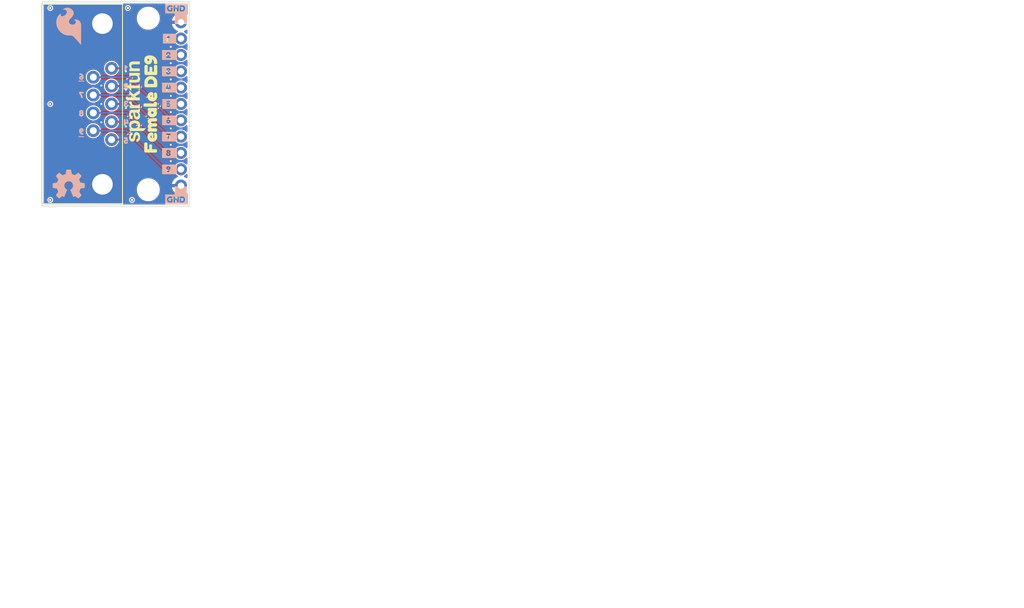
<source format=kicad_pcb>
(kicad_pcb (version 20241229) (generator "pcbnew") (generator_version "9.0")
  (title_block (title "SparkFun Product (Qwiic)") (rev "v10") (company "SparkFun") (comment 1 "Designed by: You"))
  (layers (0 "F.Cu" signal) (2 "B.Cu" signal) (13 "F.Paste" user) (15 "B.Paste" user) (5 "F.SilkS" user "F.Silkscreen") (7 "B.SilkS" user "B.Silkscreen") (1 "F.Mask" user) (3 "B.Mask" user) (25 "Edge.Cuts" user))
  (net 0 "")
  (net 1 "/2")
  (net 2 "/4")
  (net 3 "/1")
  (net 4 "/5")
  (net 5 "/6")
  (net 6 "/8")
  (net 7 "/3")
  (net 8 "/9")
  (net 9 "/7")
  (net 10 "GND")
  (footprint "SparkFun-Aesthetic:Creative_Commons_License" (layer "F.Cu") (at 215.265 168.91)
    (property "Reference" "G3" (hide yes))
    (property "Value" "OSHW_Logo" (hide yes))
  )
  (footprint "kibuzzard-67D496DD" (layer "F.Cu") (at 129.286 111.125)
    (property "Reference" "kibuzzard-67D496DD" (hide yes))
    (property "Value" "G***" (hide yes))
  )
  (footprint "SparkFun-Aesthetic:SparkFun_Logo_NoFlame_12.5mm" (layer "F.Cu") (at 123.7615 108.585 90)
    (property "Reference" "G***" (hide yes))
    (property "Value" "LOGO" (hide yes))
  )
  (footprint "SparkFun-Connector:1x01" (layer "F.Cu") (at 131.064 121.285)
    (property "Reference" "J3")
    (property "Value" "Conn_01x01")
    (pad "1" thru_hole circle (at 0 0 90) (size 1.8796 1.8796) (drill 1.016) (layers "*.Cu" "*.Mask") (net 10 "GND"))
  )
  (footprint "kibuzzard-67DDBC91" (layer "F.Cu") (at 130.302 93.726)
    (property "Reference" "kibuzzard-67DDBC91" (hide yes))
    (property "Value" "G***" (hide yes))
  )
  (footprint "kibuzzard-67D496EA" (layer "F.Cu") (at 129.286 116.205)
    (property "Reference" "kibuzzard-67D496EA" (hide yes))
    (property "Value" "G***" (hide yes))
  )
  (footprint "kibuzzard-67D496F6" (layer "F.Cu") (at 129.286 118.745)
    (property "Reference" "kibuzzard-67D496F6" (hide yes))
    (property "Value" "G***" (hide yes))
  )
  (footprint "DE9-Footprints:DE9_Female" (layer "F.Cu") (at 120.269 108.585 90)
    (property "Reference" "J1")
    (property "Value" "DE9-Female")
    (pad "1" thru_hole circle (at 5.539999 0 90) (size 2 2) (drill 1.09) (layers "*.Cu" "*.Mask") (net 3 "/1"))
    (pad "2" thru_hole circle (at 2.77 0 90) (size 2 2) (drill 1.09) (layers "*.Cu" "*.Mask") (net 1 "/2"))
    (pad "3" thru_hole circle (at 0 0 90) (size 2 2) (drill 1.09) (layers "*.Cu" "*.Mask") (net 7 "/3"))
    (pad "4" thru_hole circle (at -2.77 0 90) (size 2 2) (drill 1.09) (layers "*.Cu" "*.Mask") (net 2 "/4"))
    (pad "5" thru_hole circle (at -5.539999 0 90) (size 2 2) (drill 1.09) (layers "*.Cu" "*.Mask") (net 4 "/5"))
    (pad "6" thru_hole circle (at 4.155001 -2.839999 90) (size 2 2) (drill 1.09) (layers "*.Cu" "*.Mask") (net 5 "/6"))
    (pad "7" thru_hole circle (at 1.385001 -2.839999 90) (size 2 2) (drill 1.09) (layers "*.Cu" "*.Mask") (net 9 "/7"))
    (pad "8" thru_hole circle (at -1.384998 -2.839999 90) (size 2 2) (drill 1.09) (layers "*.Cu" "*.Mask") (net 6 "/8"))
    (pad "9" thru_hole circle (at -4.154998 -2.839999 90) (size 2 2) (drill 1.09) (layers "*.Cu" "*.Mask") (net 8 "/9"))
    (pad "10" thru_hole circle (at -12.495 -1.42 90) (size 5 5) (drill 3.2) (layers "*.Cu" "*.Mask"))
    (pad "11" thru_hole circle (at 12.495 -1.42 90) (size 5 5) (drill 3.2) (layers "*.Cu" "*.Mask"))
  )
  (footprint "kibuzzard-67D49838" (layer "F.Cu") (at 126.365 103.505 90)
    (property "Reference" "kibuzzard-67D49838" (hide yes))
    (property "Value" "G***" (hide yes))
  )
  (footprint "kibuzzard-67D49687" (layer "F.Cu") (at 129.286 98.425)
    (property "Reference" "kibuzzard-67D49687" (hide yes))
    (property "Value" "G***" (hide yes))
  )
  (footprint "kibuzzard-67D496E4" (layer "F.Cu") (at 129.286 113.665)
    (property "Reference" "kibuzzard-67D496E4" (hide yes))
    (property "Value" "G***" (hide yes))
  )
  (footprint "SparkFun-Hardware:Standoff" (layer "F.Cu") (at 125.984 95.25)
    (property "Reference" "ST1")
    (property "Value" "Stand_off")
    (pad "" np_thru_hole circle (at 0 0) (size 3.1 3.1) (drill 3.1) (layers "*.Cu" "*.Mask"))
  )
  (footprint "kibuzzard-67DB2D85" (layer "F.Cu") (at 126.3015 111.4425 90)
    (property "Reference" "kibuzzard-67DB2D85" (hide yes))
    (property "Value" "G***" (hide yes))
  )
  (footprint "kibuzzard-67D496C7" (layer "F.Cu") (at 129.286 103.505)
    (property "Reference" "kibuzzard-67D496C7" (hide yes))
    (property "Value" "G***" (hide yes))
  )
  (footprint "SparkFun-Connector:1x01" (layer "F.Cu") (at 131.064 95.885)
    (property "Reference" "J4")
    (property "Value" "Conn_01x01")
    (pad "1" thru_hole circle (at 0 0 90) (size 1.8796 1.8796) (drill 1.016) (layers "*.Cu" "*.Mask") (net 10 "GND"))
  )
  (footprint "kibuzzard-67D496CD" (layer "F.Cu") (at 129.286 106.045)
    (property "Reference" "kibuzzard-67D496CD" (hide yes))
    (property "Value" "G***" (hide yes))
  )
  (footprint "kibuzzard-67DDBC91" (layer "F.Cu") (at 130.296537 123.444)
    (property "Reference" "kibuzzard-67DDBC91" (hide yes))
    (property "Value" "G***" (hide yes))
  )
  (footprint "kibuzzard-67D496D5" (layer "F.Cu") (at 129.286 108.585)
    (property "Reference" "kibuzzard-67D496D5" (hide yes))
    (property "Value" "G***" (hide yes))
  )
  (footprint "kibuzzard-67D496B8" (layer "F.Cu") (at 129.286 100.965)
    (property "Reference" "kibuzzard-67D496B8" (hide yes))
    (property "Value" "G***" (hide yes))
  )
  (footprint "SparkFun-Hardware:Standoff" (layer "F.Cu") (at 125.984 121.92)
    (property "Reference" "ST2")
    (property "Value" "Stand_off")
    (pad "" np_thru_hole circle (at 0 0) (size 3.1 3.1) (drill 3.1) (layers "*.Cu" "*.Mask"))
  )
  (footprint "kibuzzard-67DDA384" (layer "B.Cu") (at 129.286 98.425 180)
    (property "Reference" "kibuzzard-67DDA384" (hide yes))
    (property "Value" "G***" (hide yes))
  )
  (footprint "kibuzzard-67DDBC91" (layer "B.Cu") (at 130.302 123.442152 180)
    (property "Reference" "kibuzzard-67DDBC91" (hide yes))
    (property "Value" "G***" (hide yes))
  )
  (footprint "kibuzzard-67DDBDCE" (layer "B.Cu") (at 122.555 108.585 180)
    (property "Reference" "kibuzzard-67DDBDCE" (hide yes))
    (property "Value" "G***" (hide yes))
  )
  (footprint "kibuzzard-67DDA3B0" (layer "B.Cu") (at 129.286 111.125 180)
    (property "Reference" "kibuzzard-67DDA3B0" (hide yes))
    (property "Value" "G***" (hide yes))
  )
  (footprint "kibuzzard-67DDBDDC" (layer "B.Cu") (at 115.57 112.8522)
    (property "Reference" "kibuzzard-67DDBDDC" (hide yes))
    (property "Value" "G***" (hide yes))
  )
  (footprint "kibuzzard-67DDBDD2" (layer "B.Cu") (at 122.555 111.4425 180)
    (property "Reference" "kibuzzard-67DDBDD2" (hide yes))
    (property "Value" "G***" (hide yes))
  )
  (footprint "kibuzzard-67DDA391" (layer "B.Cu") (at 129.286 100.965 180)
    (property "Reference" "kibuzzard-67DDA391" (hide yes))
    (property "Value" "G***" (hide yes))
  )
  (footprint "kibuzzard-67DDA3E0" (layer "B.Cu") (at 129.286 118.745 180)
    (property "Reference" "kibuzzard-67DDA3E0" (hide yes))
    (property "Value" "G***" (hide yes))
  )
  (footprint "kibuzzard-67DDBC91" (layer "B.Cu") (at 130.302 93.726 180)
    (property "Reference" "kibuzzard-67DDBC91" (hide yes))
    (property "Value" "G***" (hide yes))
  )
  (footprint "kibuzzard-67DDA3AA" (layer "B.Cu") (at 129.286 108.585 180)
    (property "Reference" "kibuzzard-67DDA3AA" (hide yes))
    (property "Value" "G***" (hide yes))
  )
  (footprint "SparkFun-Aesthetic:SparkFun_Flame_6mm" (layer "B.Cu") (at 113.6015 96.52 180)
    (property "Reference" "G***" (hide yes))
    (property "Value" "Flame" (hide yes))
  )
  (footprint "kibuzzard-67DDBDD7" (layer "B.Cu") (at 122.4915 114.2746 180)
    (property "Reference" "kibuzzard-67DDBDD7" (hide yes))
    (property "Value" "G***" (hide yes))
  )
  (footprint "kibuzzard-67DDA3D5" (layer "B.Cu") (at 129.286 116.205 180)
    (property "Reference" "kibuzzard-67DDA3D5" (hide yes))
    (property "Value" "G***" (hide yes))
  )
  (footprint "kibuzzard-67DDBDF6" (layer "B.Cu") (at 115.57 110.0328 180)
    (property "Reference" "kibuzzard-67DDBDF6" (hide yes))
    (property "Value" "G***" (hide yes))
  )
  (footprint "kibuzzard-67DDA3A2" (layer "B.Cu") (at 129.286 106.045 180)
    (property "Reference" "kibuzzard-67DDA3A2" (hide yes))
    (property "Value" "G***" (hide yes))
  )
  (footprint "SparkFun-Aesthetic:OSHW_Logo_5mm" (layer "B.Cu") (at 113.6015 121.285 180)
    (property "Reference" "Ref**" (hide yes))
    (property "Value" "Val**" (hide yes))
  )
  (footprint "kibuzzard-67DDBDB0" (layer "B.Cu") (at 122.4915 105.8164 180)
    (property "Reference" "kibuzzard-67DDBDB0" (hide yes))
    (property "Value" "G***" (hide yes))
  )
  (footprint "kibuzzard-67DDA3B8" (layer "B.Cu") (at 129.286 113.665 180)
    (property "Reference" "kibuzzard-67DDA3B8" (hide yes))
    (property "Value" "G***" (hide yes))
  )
  (footprint "kibuzzard-67DDBDFC" (layer "B.Cu") (at 115.57 104.3305)
    (property "Reference" "kibuzzard-67DDBDFC" (hide yes))
    (property "Value" "G***" (hide yes))
  )
  (footprint "SparkFun-Connector:1x09" (layer "B.Cu") (at 131.064 98.425 -90)
    (property "Reference" "J2")
    (property "Value" "Conn_01x09")
    (pad "1" thru_hole circle (at 0 0 180) (size 1.8796 1.8796) (drill 1.016) (layers "*.Cu" "*.Mask") (net 3 "/1"))
    (pad "2" thru_hole circle (at 2.54 0 180) (size 1.8796 1.8796) (drill 1.016) (layers "*.Cu" "*.Mask") (net 1 "/2"))
    (pad "3" thru_hole circle (at 5.08 0 180) (size 1.8796 1.8796) (drill 1.016) (layers "*.Cu" "*.Mask") (net 7 "/3"))
    (pad "4" thru_hole circle (at 7.62 0 180) (size 1.8796 1.8796) (drill 1.016) (layers "*.Cu" "*.Mask") (net 2 "/4"))
    (pad "5" thru_hole circle (at 10.16 0 180) (size 1.8796 1.8796) (drill 1.016) (layers "*.Cu" "*.Mask") (net 4 "/5"))
    (pad "6" thru_hole circle (at 12.7 0 180) (size 1.8796 1.8796) (drill 1.016) (layers "*.Cu" "*.Mask") (net 5 "/6"))
    (pad "7" thru_hole circle (at 15.24 0 180) (size 1.8796 1.8796) (drill 1.016) (layers "*.Cu" "*.Mask") (net 9 "/7"))
    (pad "8" thru_hole circle (at 17.78 0 180) (size 1.8796 1.8796) (drill 1.016) (layers "*.Cu" "*.Mask") (net 6 "/8"))
    (pad "9" thru_hole circle (at 20.32 0 180) (size 1.8796 1.8796) (drill 1.016) (layers "*.Cu" "*.Mask") (net 8 "/9"))
  )
  (footprint "kibuzzard-67DDBDCA" (layer "B.Cu") (at 122.555 103.0478 180)
    (property "Reference" "kibuzzard-67DDBDCA" (hide yes))
    (property "Value" "G***" (hide yes))
  )
  (footprint "kibuzzard-67DDBDF0" (layer "B.Cu") (at 115.57 107.188 180)
    (property "Reference" "kibuzzard-67DDBDF0" (hide yes))
    (property "Value" "G***" (hide yes))
  )
  (footprint "kibuzzard-67DDA399" (layer "B.Cu") (at 129.286 103.505 180)
    (property "Reference" "kibuzzard-67DDA399" (hide yes))
    (property "Value" "G***" (hide yes))
  )
  (gr_rect (start 130.175 121.4832) (end 131.891274 122.684112) (stroke (width 0.15)) (fill yes) (layer "F.SilkS"))
  (gr_rect (start 130.2004 94.480888) (end 131.9022 96.0628) (stroke (width 0.15)) (fill yes) (layer "F.SilkS"))
  (gr_line (start 115.951 113.665) (end 115.189 113.665) (stroke (width 0.15)) (layer "B.SilkS"))
  (gr_rect (start 130.175 94.480888) (end 131.891274 95.9358) (stroke (width 0.15)) (fill yes) (layer "B.SilkS"))
  (gr_line (start 115.951 105.029) (end 115.189 105.029) (stroke (width 0.15)) (layer "B.SilkS"))
  (gr_rect (start 130.175 121.476088) (end 131.891274 122.677) (stroke (width 0.15)) (fill yes) (layer "B.SilkS"))
  (gr_rect (start 109.474 92.71) (end 132.334 124.46) (stroke (width 0.1)) (fill no) (layer "Edge.Cuts"))
  (via (at 123.444 123.5075) (size 0.56) (drill 0.3) (layers "F.Cu" "B.Cu") (net 0))
  (via (at 122.809 93.6625) (size 0.56) (drill 0.3) (layers "F.Cu" "B.Cu") (net 0))
  (via (at 110.744 93.6625) (size 0.56) (drill 0.3) (layers "F.Cu" "B.Cu") (net 0))
  (via (at 110.744 123.5075) (size 0.56) (drill 0.3) (layers "F.Cu" "B.Cu") (net 0))
  (via (at 110.744 108.585) (size 0.56) (drill 0.3) (layers "F.Cu" "B.Cu") (net 0))
  (segment (start 121.89591 105.815) (end 122.237455 105.473455) (width 0.3048) (layer "F.Cu") (net 1))
  (segment (start 131.064 100.965) (end 126.74591 100.965) (width 0.3048) (layer "F.Cu") (net 1))
  (segment (start 120.396 105.815) (end 121.89591 105.815) (width 0.3048) (layer "F.Cu") (net 1))
  (segment (start 126.74591 100.965) (end 122.237455 105.473455) (width 0.3048) (layer "F.Cu") (net 1))
  (segment (start 122.237455 105.473455) (end 122.09141 105.6195) (width 0.3048) (layer "F.Cu") (net 1))
  (segment (start 127.5715 106.045) (end 122.457 111.1595) (width 0.3048) (layer "F.Cu") (net 2))
  (segment (start 131.064 106.045) (end 127.5715 106.045) (width 0.3048) (layer "F.Cu") (net 2))
  (segment (start 120.396 111.355) (end 122.2615 111.355) (width 0.3048) (layer "F.Cu") (net 2))
  (segment (start 122.2615 111.355) (end 122.457 111.1595) (width 0.3048) (layer "F.Cu") (net 2))
  (segment (start 126.5174 98.425) (end 122.33275 102.60965) (width 0.3048) (layer "F.Cu") (net 3))
  (segment (start 121.897399 103.045001) (end 122.33275 102.60965) (width 0.3048) (layer "F.Cu") (net 3))
  (segment (start 131.064 98.425) (end 126.5174 98.425) (width 0.3048) (layer "F.Cu") (net 3))
  (segment (start 120.396 103.045001) (end 121.897399 103.045001) (width 0.3048) (layer "F.Cu") (net 3))
  (segment (start 122.336301 114.124999) (end 122.531801 113.929499) (width 0.3048) (layer "F.Cu") (net 4))
  (segment (start 131.064 108.585) (end 127.8763 108.585) (width 0.3048) (layer "F.Cu") (net 4))
  (segment (start 120.396 114.124999) (end 122.336301 114.124999) (width 0.3048) (layer "F.Cu") (net 4))
  (segment (start 122.531801 113.929499) (end 127.56515 108.89615) (width 0.3048) (layer "F.Cu") (net 4))
  (segment (start 127.8763 108.585) (end 127.56515 108.89615) (width 0.3048) (layer "F.Cu") (net 4))
  (segment (start 123.035499 104.429999) (end 123.2535 104.648) (width 0.3048) (layer "B.Cu") (net 5))
  (segment (start 131.064 111.125) (end 129.7305 111.125) (width 0.3048) (layer "B.Cu") (net 5))
  (segment (start 117.556001 104.429999) (end 123.035499 104.429999) (width 0.3048) (layer "B.Cu") (net 5))
  (segment (start 129.7305 111.125) (end 123.2535 104.648) (width 0.3048) (layer "B.Cu") (net 5))
  (segment (start 122.606498 109.969998) (end 122.65025 110.01375) (width 0.3048) (layer "B.Cu") (net 6))
  (segment (start 131.064 116.205) (end 128.8415 116.205) (width 0.3048) (layer "B.Cu") (net 6))
  (segment (start 128.8415 116.205) (end 122.65025 110.01375) (width 0.3048) (layer "B.Cu") (net 6))
  (segment (start 117.556001 109.969998) (end 122.606498 109.969998) (width 0.3048) (layer "B.Cu") (net 6))
  (segment (start 120.396 108.585) (end 121.9327 108.585) (width 0.3048) (layer "F.Cu") (net 7))
  (segment (start 127.0127 103.505) (end 122.1282 108.3895) (width 0.3048) (layer "F.Cu") (net 7))
  (segment (start 131.064 103.505) (end 127.0127 103.505) (width 0.3048) (layer "F.Cu") (net 7))
  (segment (start 121.9327 108.585) (end 122.1282 108.3895) (width 0.3048) (layer "F.Cu") (net 7))
  (segment (start 131.064 118.745) (end 128.5875 118.745) (width 0.3048) (layer "B.Cu") (net 8))
  (segment (start 128.5875 118.745) (end 122.682 112.8395) (width 0.3048) (layer "B.Cu") (net 8))
  (segment (start 117.556001 112.739998) (end 122.582498 112.739998) (width 0.3048) (layer "B.Cu") (net 8))
  (segment (start 122.582498 112.739998) (end 122.682 112.8395) (width 0.3048) (layer "B.Cu") (net 8))
  (segment (start 122.681299 107.199999) (end 122.80265 107.32135) (width 0.3048) (layer "B.Cu") (net 9))
  (segment (start 117.556001 107.199999) (end 122.681299 107.199999) (width 0.3048) (layer "B.Cu") (net 9))
  (segment (start 129.1463 113.665) (end 122.80265 107.32135) (width 0.3048) (layer "B.Cu") (net 9))
  (segment (start 131.064 113.665) (end 129.1463 113.665) (width 0.3048) (layer "B.Cu") (net 9))
  (via (at 129.4765 104.775) (size 0.56) (drill 0.3) (layers "F.Cu" "B.Cu") (net 10))
  (via (at 129.4765 117.475) (size 0.56) (drill 0.3) (layers "F.Cu" "B.Cu") (net 10))
  (via (at 129.4765 109.855) (size 0.56) (drill 0.3) (layers "F.Cu" "B.Cu") (net 10))
  (via (at 118.6815 111.4425) (size 0.56) (drill 0.3) (layers "F.Cu" "B.Cu") (net 10))
  (via (at 122.4915 106.3625) (size 0.56) (drill 0.3) (layers "F.Cu" "B.Cu") (net 10))
  (via (at 129.4765 99.695) (size 0.56) (drill 0.3) (layers "F.Cu" "B.Cu") (net 10))
  (via (at 129.4765 107.315) (size 0.56) (drill 0.3) (layers "F.Cu" "B.Cu") (net 10))
  (via (at 118.6815 105.7275) (size 0.56) (drill 0.3) (layers "F.Cu" "B.Cu") (net 10))
  (via (at 129.4765 102.235) (size 0.56) (drill 0.3) (layers "F.Cu" "B.Cu") (net 10))
  (via (at 129.4765 112.395) (size 0.56) (drill 0.3) (layers "F.Cu" "B.Cu") (net 10))
  (via (at 122.4915 109.22) (size 0.56) (drill 0.3) (layers "F.Cu" "B.Cu") (net 10))
  (via (at 122.4915 112.0775) (size 0.56) (drill 0.3) (layers "F.Cu" "B.Cu") (net 10))
  (via (at 129.4765 114.935) (size 0.56) (drill 0.3) (layers "F.Cu" "B.Cu") (net 10))
  (via (at 118.6815 108.585) (size 0.56) (drill 0.3) (layers "F.Cu" "B.Cu") (net 10))
  (via (at 122.4915 103.505) (size 0.56) (drill 0.3) (layers "F.Cu" "B.Cu") (net 10))
  (zone (net 10) (net_name "GND") (layers "F.Cu" "B.Cu") (name "GND") (connect_pads (clearance 0.1778)) (min_thickness 0.25) (fill yes (thermal_gap 0.5) (thermal_bridge_width 0.5) (island_removal_mode 1) (island_area_min 9.999999))
    (polygon (pts (xy 109.474 92.71) (xy 132.334 92.71) (xy 132.334 124.46) (xy 109.474 124.46)))
  )
)
</source>
